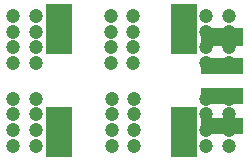
<source format=gts>
G04*
G04 #@! TF.GenerationSoftware,Altium Limited,Altium Designer,22.5.1 (42)*
G04*
G04 Layer_Color=8388736*
%FSLAX25Y25*%
%MOIN*%
G70*
G04*
G04 #@! TF.SameCoordinates,FB260EB1-7277-4AC5-AAB9-1C9609E669AC*
G04*
G04*
G04 #@! TF.FilePolarity,Negative*
G04*
G01*
G75*
%ADD11R,0.14075X0.05709*%
%ADD12R,0.14075X0.06102*%
%ADD13R,0.08674X0.16942*%
%ADD14C,0.04737*%
D11*
X478691Y307283D02*
D03*
X478789Y317323D02*
D03*
X478691Y327264D02*
D03*
D12*
X478789Y337205D02*
D03*
D13*
X466082Y305552D02*
D03*
X466082Y339804D02*
D03*
X424508Y305512D02*
D03*
X424508Y339764D02*
D03*
D14*
X473526Y300787D02*
D03*
Y306037D02*
D03*
Y311286D02*
D03*
Y316535D02*
D03*
X481049Y316535D02*
D03*
Y311286D02*
D03*
Y306037D02*
D03*
Y300787D02*
D03*
X442009Y300787D02*
D03*
Y306037D02*
D03*
Y311286D02*
D03*
Y316535D02*
D03*
X449532Y316535D02*
D03*
Y311286D02*
D03*
Y306037D02*
D03*
Y300787D02*
D03*
X416775D02*
D03*
Y306037D02*
D03*
Y311286D02*
D03*
Y316535D02*
D03*
X409252Y316535D02*
D03*
Y311286D02*
D03*
Y306037D02*
D03*
Y300787D02*
D03*
X481112Y328346D02*
D03*
Y333596D02*
D03*
Y338845D02*
D03*
Y344094D02*
D03*
X473589Y344094D02*
D03*
Y338845D02*
D03*
Y333596D02*
D03*
Y328346D02*
D03*
X449221Y328346D02*
D03*
Y333596D02*
D03*
Y338845D02*
D03*
Y344094D02*
D03*
X441698Y344094D02*
D03*
Y338845D02*
D03*
Y333596D02*
D03*
Y328346D02*
D03*
X416677Y344094D02*
D03*
Y338845D02*
D03*
Y333596D02*
D03*
Y328346D02*
D03*
X409154Y328346D02*
D03*
Y333596D02*
D03*
Y338845D02*
D03*
Y344094D02*
D03*
M02*

</source>
